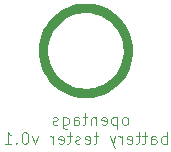
<source format=gbr>
%TF.GenerationSoftware,KiCad,Pcbnew,8.0.1*%
%TF.CreationDate,2024-04-18T20:24:50-07:00*%
%TF.ProjectId,Battery Tester,42617474-6572-4792-9054-65737465722e,rev?*%
%TF.SameCoordinates,Original*%
%TF.FileFunction,Legend,Bot*%
%TF.FilePolarity,Positive*%
%FSLAX46Y46*%
G04 Gerber Fmt 4.6, Leading zero omitted, Abs format (unit mm)*
G04 Created by KiCad (PCBNEW 8.0.1) date 2024-04-18 20:24:50*
%MOMM*%
%LPD*%
G01*
G04 APERTURE LIST*
%ADD10C,0.100000*%
%ADD11C,0.000000*%
G04 APERTURE END LIST*
D10*
X153380952Y-111262475D02*
X153476190Y-111214856D01*
X153476190Y-111214856D02*
X153523809Y-111167236D01*
X153523809Y-111167236D02*
X153571428Y-111071998D01*
X153571428Y-111071998D02*
X153571428Y-110786284D01*
X153571428Y-110786284D02*
X153523809Y-110691046D01*
X153523809Y-110691046D02*
X153476190Y-110643427D01*
X153476190Y-110643427D02*
X153380952Y-110595808D01*
X153380952Y-110595808D02*
X153238095Y-110595808D01*
X153238095Y-110595808D02*
X153142857Y-110643427D01*
X153142857Y-110643427D02*
X153095238Y-110691046D01*
X153095238Y-110691046D02*
X153047619Y-110786284D01*
X153047619Y-110786284D02*
X153047619Y-111071998D01*
X153047619Y-111071998D02*
X153095238Y-111167236D01*
X153095238Y-111167236D02*
X153142857Y-111214856D01*
X153142857Y-111214856D02*
X153238095Y-111262475D01*
X153238095Y-111262475D02*
X153380952Y-111262475D01*
X152619047Y-110595808D02*
X152619047Y-111595808D01*
X152619047Y-110643427D02*
X152523809Y-110595808D01*
X152523809Y-110595808D02*
X152333333Y-110595808D01*
X152333333Y-110595808D02*
X152238095Y-110643427D01*
X152238095Y-110643427D02*
X152190476Y-110691046D01*
X152190476Y-110691046D02*
X152142857Y-110786284D01*
X152142857Y-110786284D02*
X152142857Y-111071998D01*
X152142857Y-111071998D02*
X152190476Y-111167236D01*
X152190476Y-111167236D02*
X152238095Y-111214856D01*
X152238095Y-111214856D02*
X152333333Y-111262475D01*
X152333333Y-111262475D02*
X152523809Y-111262475D01*
X152523809Y-111262475D02*
X152619047Y-111214856D01*
X151333333Y-111214856D02*
X151428571Y-111262475D01*
X151428571Y-111262475D02*
X151619047Y-111262475D01*
X151619047Y-111262475D02*
X151714285Y-111214856D01*
X151714285Y-111214856D02*
X151761904Y-111119617D01*
X151761904Y-111119617D02*
X151761904Y-110738665D01*
X151761904Y-110738665D02*
X151714285Y-110643427D01*
X151714285Y-110643427D02*
X151619047Y-110595808D01*
X151619047Y-110595808D02*
X151428571Y-110595808D01*
X151428571Y-110595808D02*
X151333333Y-110643427D01*
X151333333Y-110643427D02*
X151285714Y-110738665D01*
X151285714Y-110738665D02*
X151285714Y-110833903D01*
X151285714Y-110833903D02*
X151761904Y-110929141D01*
X150857142Y-110595808D02*
X150857142Y-111262475D01*
X150857142Y-110691046D02*
X150809523Y-110643427D01*
X150809523Y-110643427D02*
X150714285Y-110595808D01*
X150714285Y-110595808D02*
X150571428Y-110595808D01*
X150571428Y-110595808D02*
X150476190Y-110643427D01*
X150476190Y-110643427D02*
X150428571Y-110738665D01*
X150428571Y-110738665D02*
X150428571Y-111262475D01*
X150095237Y-110595808D02*
X149714285Y-110595808D01*
X149952380Y-110262475D02*
X149952380Y-111119617D01*
X149952380Y-111119617D02*
X149904761Y-111214856D01*
X149904761Y-111214856D02*
X149809523Y-111262475D01*
X149809523Y-111262475D02*
X149714285Y-111262475D01*
X148952380Y-111262475D02*
X148952380Y-110738665D01*
X148952380Y-110738665D02*
X148999999Y-110643427D01*
X148999999Y-110643427D02*
X149095237Y-110595808D01*
X149095237Y-110595808D02*
X149285713Y-110595808D01*
X149285713Y-110595808D02*
X149380951Y-110643427D01*
X148952380Y-111214856D02*
X149047618Y-111262475D01*
X149047618Y-111262475D02*
X149285713Y-111262475D01*
X149285713Y-111262475D02*
X149380951Y-111214856D01*
X149380951Y-111214856D02*
X149428570Y-111119617D01*
X149428570Y-111119617D02*
X149428570Y-111024379D01*
X149428570Y-111024379D02*
X149380951Y-110929141D01*
X149380951Y-110929141D02*
X149285713Y-110881522D01*
X149285713Y-110881522D02*
X149047618Y-110881522D01*
X149047618Y-110881522D02*
X148952380Y-110833903D01*
X148047618Y-110595808D02*
X148047618Y-111405332D01*
X148047618Y-111405332D02*
X148095237Y-111500570D01*
X148095237Y-111500570D02*
X148142856Y-111548189D01*
X148142856Y-111548189D02*
X148238094Y-111595808D01*
X148238094Y-111595808D02*
X148380951Y-111595808D01*
X148380951Y-111595808D02*
X148476189Y-111548189D01*
X148047618Y-111214856D02*
X148142856Y-111262475D01*
X148142856Y-111262475D02*
X148333332Y-111262475D01*
X148333332Y-111262475D02*
X148428570Y-111214856D01*
X148428570Y-111214856D02*
X148476189Y-111167236D01*
X148476189Y-111167236D02*
X148523808Y-111071998D01*
X148523808Y-111071998D02*
X148523808Y-110786284D01*
X148523808Y-110786284D02*
X148476189Y-110691046D01*
X148476189Y-110691046D02*
X148428570Y-110643427D01*
X148428570Y-110643427D02*
X148333332Y-110595808D01*
X148333332Y-110595808D02*
X148142856Y-110595808D01*
X148142856Y-110595808D02*
X148047618Y-110643427D01*
X147619046Y-111214856D02*
X147523808Y-111262475D01*
X147523808Y-111262475D02*
X147333332Y-111262475D01*
X147333332Y-111262475D02*
X147238094Y-111214856D01*
X147238094Y-111214856D02*
X147190475Y-111119617D01*
X147190475Y-111119617D02*
X147190475Y-111071998D01*
X147190475Y-111071998D02*
X147238094Y-110976760D01*
X147238094Y-110976760D02*
X147333332Y-110929141D01*
X147333332Y-110929141D02*
X147476189Y-110929141D01*
X147476189Y-110929141D02*
X147571427Y-110881522D01*
X147571427Y-110881522D02*
X147619046Y-110786284D01*
X147619046Y-110786284D02*
X147619046Y-110738665D01*
X147619046Y-110738665D02*
X147571427Y-110643427D01*
X147571427Y-110643427D02*
X147476189Y-110595808D01*
X147476189Y-110595808D02*
X147333332Y-110595808D01*
X147333332Y-110595808D02*
X147238094Y-110643427D01*
X156833334Y-112872419D02*
X156833334Y-111872419D01*
X156833334Y-112253371D02*
X156738096Y-112205752D01*
X156738096Y-112205752D02*
X156547620Y-112205752D01*
X156547620Y-112205752D02*
X156452382Y-112253371D01*
X156452382Y-112253371D02*
X156404763Y-112300990D01*
X156404763Y-112300990D02*
X156357144Y-112396228D01*
X156357144Y-112396228D02*
X156357144Y-112681942D01*
X156357144Y-112681942D02*
X156404763Y-112777180D01*
X156404763Y-112777180D02*
X156452382Y-112824800D01*
X156452382Y-112824800D02*
X156547620Y-112872419D01*
X156547620Y-112872419D02*
X156738096Y-112872419D01*
X156738096Y-112872419D02*
X156833334Y-112824800D01*
X155500001Y-112872419D02*
X155500001Y-112348609D01*
X155500001Y-112348609D02*
X155547620Y-112253371D01*
X155547620Y-112253371D02*
X155642858Y-112205752D01*
X155642858Y-112205752D02*
X155833334Y-112205752D01*
X155833334Y-112205752D02*
X155928572Y-112253371D01*
X155500001Y-112824800D02*
X155595239Y-112872419D01*
X155595239Y-112872419D02*
X155833334Y-112872419D01*
X155833334Y-112872419D02*
X155928572Y-112824800D01*
X155928572Y-112824800D02*
X155976191Y-112729561D01*
X155976191Y-112729561D02*
X155976191Y-112634323D01*
X155976191Y-112634323D02*
X155928572Y-112539085D01*
X155928572Y-112539085D02*
X155833334Y-112491466D01*
X155833334Y-112491466D02*
X155595239Y-112491466D01*
X155595239Y-112491466D02*
X155500001Y-112443847D01*
X155166667Y-112205752D02*
X154785715Y-112205752D01*
X155023810Y-111872419D02*
X155023810Y-112729561D01*
X155023810Y-112729561D02*
X154976191Y-112824800D01*
X154976191Y-112824800D02*
X154880953Y-112872419D01*
X154880953Y-112872419D02*
X154785715Y-112872419D01*
X154595238Y-112205752D02*
X154214286Y-112205752D01*
X154452381Y-111872419D02*
X154452381Y-112729561D01*
X154452381Y-112729561D02*
X154404762Y-112824800D01*
X154404762Y-112824800D02*
X154309524Y-112872419D01*
X154309524Y-112872419D02*
X154214286Y-112872419D01*
X153500000Y-112824800D02*
X153595238Y-112872419D01*
X153595238Y-112872419D02*
X153785714Y-112872419D01*
X153785714Y-112872419D02*
X153880952Y-112824800D01*
X153880952Y-112824800D02*
X153928571Y-112729561D01*
X153928571Y-112729561D02*
X153928571Y-112348609D01*
X153928571Y-112348609D02*
X153880952Y-112253371D01*
X153880952Y-112253371D02*
X153785714Y-112205752D01*
X153785714Y-112205752D02*
X153595238Y-112205752D01*
X153595238Y-112205752D02*
X153500000Y-112253371D01*
X153500000Y-112253371D02*
X153452381Y-112348609D01*
X153452381Y-112348609D02*
X153452381Y-112443847D01*
X153452381Y-112443847D02*
X153928571Y-112539085D01*
X153023809Y-112872419D02*
X153023809Y-112205752D01*
X153023809Y-112396228D02*
X152976190Y-112300990D01*
X152976190Y-112300990D02*
X152928571Y-112253371D01*
X152928571Y-112253371D02*
X152833333Y-112205752D01*
X152833333Y-112205752D02*
X152738095Y-112205752D01*
X152499999Y-112205752D02*
X152261904Y-112872419D01*
X152023809Y-112205752D02*
X152261904Y-112872419D01*
X152261904Y-112872419D02*
X152357142Y-113110514D01*
X152357142Y-113110514D02*
X152404761Y-113158133D01*
X152404761Y-113158133D02*
X152499999Y-113205752D01*
X151023808Y-112205752D02*
X150642856Y-112205752D01*
X150880951Y-111872419D02*
X150880951Y-112729561D01*
X150880951Y-112729561D02*
X150833332Y-112824800D01*
X150833332Y-112824800D02*
X150738094Y-112872419D01*
X150738094Y-112872419D02*
X150642856Y-112872419D01*
X149928570Y-112824800D02*
X150023808Y-112872419D01*
X150023808Y-112872419D02*
X150214284Y-112872419D01*
X150214284Y-112872419D02*
X150309522Y-112824800D01*
X150309522Y-112824800D02*
X150357141Y-112729561D01*
X150357141Y-112729561D02*
X150357141Y-112348609D01*
X150357141Y-112348609D02*
X150309522Y-112253371D01*
X150309522Y-112253371D02*
X150214284Y-112205752D01*
X150214284Y-112205752D02*
X150023808Y-112205752D01*
X150023808Y-112205752D02*
X149928570Y-112253371D01*
X149928570Y-112253371D02*
X149880951Y-112348609D01*
X149880951Y-112348609D02*
X149880951Y-112443847D01*
X149880951Y-112443847D02*
X150357141Y-112539085D01*
X149499998Y-112824800D02*
X149404760Y-112872419D01*
X149404760Y-112872419D02*
X149214284Y-112872419D01*
X149214284Y-112872419D02*
X149119046Y-112824800D01*
X149119046Y-112824800D02*
X149071427Y-112729561D01*
X149071427Y-112729561D02*
X149071427Y-112681942D01*
X149071427Y-112681942D02*
X149119046Y-112586704D01*
X149119046Y-112586704D02*
X149214284Y-112539085D01*
X149214284Y-112539085D02*
X149357141Y-112539085D01*
X149357141Y-112539085D02*
X149452379Y-112491466D01*
X149452379Y-112491466D02*
X149499998Y-112396228D01*
X149499998Y-112396228D02*
X149499998Y-112348609D01*
X149499998Y-112348609D02*
X149452379Y-112253371D01*
X149452379Y-112253371D02*
X149357141Y-112205752D01*
X149357141Y-112205752D02*
X149214284Y-112205752D01*
X149214284Y-112205752D02*
X149119046Y-112253371D01*
X148785712Y-112205752D02*
X148404760Y-112205752D01*
X148642855Y-111872419D02*
X148642855Y-112729561D01*
X148642855Y-112729561D02*
X148595236Y-112824800D01*
X148595236Y-112824800D02*
X148499998Y-112872419D01*
X148499998Y-112872419D02*
X148404760Y-112872419D01*
X147690474Y-112824800D02*
X147785712Y-112872419D01*
X147785712Y-112872419D02*
X147976188Y-112872419D01*
X147976188Y-112872419D02*
X148071426Y-112824800D01*
X148071426Y-112824800D02*
X148119045Y-112729561D01*
X148119045Y-112729561D02*
X148119045Y-112348609D01*
X148119045Y-112348609D02*
X148071426Y-112253371D01*
X148071426Y-112253371D02*
X147976188Y-112205752D01*
X147976188Y-112205752D02*
X147785712Y-112205752D01*
X147785712Y-112205752D02*
X147690474Y-112253371D01*
X147690474Y-112253371D02*
X147642855Y-112348609D01*
X147642855Y-112348609D02*
X147642855Y-112443847D01*
X147642855Y-112443847D02*
X148119045Y-112539085D01*
X147214283Y-112872419D02*
X147214283Y-112205752D01*
X147214283Y-112396228D02*
X147166664Y-112300990D01*
X147166664Y-112300990D02*
X147119045Y-112253371D01*
X147119045Y-112253371D02*
X147023807Y-112205752D01*
X147023807Y-112205752D02*
X146928569Y-112205752D01*
X145928568Y-112205752D02*
X145690473Y-112872419D01*
X145690473Y-112872419D02*
X145452378Y-112205752D01*
X144880949Y-111872419D02*
X144785711Y-111872419D01*
X144785711Y-111872419D02*
X144690473Y-111920038D01*
X144690473Y-111920038D02*
X144642854Y-111967657D01*
X144642854Y-111967657D02*
X144595235Y-112062895D01*
X144595235Y-112062895D02*
X144547616Y-112253371D01*
X144547616Y-112253371D02*
X144547616Y-112491466D01*
X144547616Y-112491466D02*
X144595235Y-112681942D01*
X144595235Y-112681942D02*
X144642854Y-112777180D01*
X144642854Y-112777180D02*
X144690473Y-112824800D01*
X144690473Y-112824800D02*
X144785711Y-112872419D01*
X144785711Y-112872419D02*
X144880949Y-112872419D01*
X144880949Y-112872419D02*
X144976187Y-112824800D01*
X144976187Y-112824800D02*
X145023806Y-112777180D01*
X145023806Y-112777180D02*
X145071425Y-112681942D01*
X145071425Y-112681942D02*
X145119044Y-112491466D01*
X145119044Y-112491466D02*
X145119044Y-112253371D01*
X145119044Y-112253371D02*
X145071425Y-112062895D01*
X145071425Y-112062895D02*
X145023806Y-111967657D01*
X145023806Y-111967657D02*
X144976187Y-111920038D01*
X144976187Y-111920038D02*
X144880949Y-111872419D01*
X144119044Y-112777180D02*
X144071425Y-112824800D01*
X144071425Y-112824800D02*
X144119044Y-112872419D01*
X144119044Y-112872419D02*
X144166663Y-112824800D01*
X144166663Y-112824800D02*
X144119044Y-112777180D01*
X144119044Y-112777180D02*
X144119044Y-112872419D01*
X143119045Y-112872419D02*
X143690473Y-112872419D01*
X143404759Y-112872419D02*
X143404759Y-111872419D01*
X143404759Y-111872419D02*
X143499997Y-112015276D01*
X143499997Y-112015276D02*
X143595235Y-112110514D01*
X143595235Y-112110514D02*
X143690473Y-112158133D01*
D11*
%TO.C,G\u002A\u002A\u002A*%
G36*
X150286502Y-101009416D02*
G01*
X150661748Y-101053707D01*
X151018418Y-101129369D01*
X151363613Y-101238318D01*
X151704436Y-101382470D01*
X151748692Y-101403846D01*
X152013845Y-101543364D01*
X152251881Y-101690523D01*
X152472890Y-101852706D01*
X152686966Y-102037296D01*
X152895914Y-102243050D01*
X153155124Y-102539977D01*
X153381631Y-102857565D01*
X153574511Y-103194049D01*
X153732840Y-103547663D01*
X153855694Y-103916643D01*
X153925253Y-104208692D01*
X153984887Y-104605586D01*
X154006176Y-104999272D01*
X153989706Y-105387809D01*
X153936062Y-105769255D01*
X153845828Y-106141668D01*
X153719589Y-106503107D01*
X153557931Y-106851629D01*
X153361438Y-107185294D01*
X153130696Y-107502158D01*
X152866288Y-107800280D01*
X152833211Y-107833815D01*
X152540279Y-108100957D01*
X152227629Y-108334573D01*
X151894814Y-108534905D01*
X151541385Y-108702191D01*
X151166897Y-108836671D01*
X150771769Y-108938403D01*
X150683604Y-108956270D01*
X150605692Y-108969849D01*
X150529965Y-108979815D01*
X150448355Y-108986844D01*
X150352796Y-108991611D01*
X150235218Y-108994792D01*
X150087554Y-108997062D01*
X150068384Y-108997294D01*
X149930973Y-108998086D01*
X149798753Y-108997307D01*
X149679432Y-108995119D01*
X149580716Y-108991685D01*
X149510315Y-108987168D01*
X149492000Y-108985120D01*
X149104318Y-108912459D01*
X148727171Y-108803532D01*
X148363470Y-108659783D01*
X148016126Y-108482656D01*
X147688048Y-108273594D01*
X147382147Y-108034041D01*
X147164437Y-107830614D01*
X146896114Y-107533064D01*
X146661771Y-107216416D01*
X146461853Y-106881628D01*
X146296804Y-106529657D01*
X146167067Y-106161462D01*
X146073086Y-105778002D01*
X146015305Y-105380233D01*
X146011731Y-105341923D01*
X145996728Y-104965436D01*
X146803978Y-104965436D01*
X146818166Y-105302089D01*
X146868607Y-105640181D01*
X146956399Y-105977207D01*
X146984367Y-106061163D01*
X147115700Y-106379747D01*
X147281531Y-106682810D01*
X147479275Y-106967146D01*
X147706344Y-107229546D01*
X147960150Y-107466804D01*
X148238107Y-107675714D01*
X148339231Y-107740687D01*
X148627004Y-107895775D01*
X148935105Y-108020718D01*
X149257589Y-108114277D01*
X149588509Y-108175213D01*
X149921921Y-108202288D01*
X150251880Y-108194262D01*
X150424404Y-108175200D01*
X150773666Y-108106843D01*
X151109110Y-108003703D01*
X151428187Y-107867142D01*
X151728348Y-107698519D01*
X152007045Y-107499194D01*
X152261729Y-107270527D01*
X152401856Y-107119921D01*
X152624404Y-106835437D01*
X152811076Y-106535487D01*
X152961807Y-106220220D01*
X153076530Y-105889788D01*
X153155181Y-105544341D01*
X153188026Y-105300944D01*
X153198535Y-105106099D01*
X153195135Y-104890056D01*
X153178780Y-104667759D01*
X153150423Y-104454149D01*
X153125761Y-104325923D01*
X153031128Y-103985817D01*
X152902321Y-103662031D01*
X152741173Y-103356782D01*
X152549519Y-103072288D01*
X152329190Y-102810763D01*
X152082021Y-102574426D01*
X151809846Y-102365492D01*
X151514497Y-102186179D01*
X151252549Y-102061211D01*
X150960775Y-101952972D01*
X150670917Y-101876840D01*
X150373163Y-101830870D01*
X150057702Y-101813116D01*
X150000000Y-101812764D01*
X149702931Y-101823836D01*
X149427482Y-101858113D01*
X149162227Y-101917942D01*
X148895741Y-102005666D01*
X148727386Y-102074014D01*
X148415080Y-102229430D01*
X148126978Y-102413852D01*
X147864174Y-102624774D01*
X147627766Y-102859691D01*
X147418847Y-103116095D01*
X147238514Y-103391482D01*
X147087862Y-103683345D01*
X146967987Y-103989178D01*
X146879985Y-104306475D01*
X146824950Y-104632730D01*
X146803978Y-104965436D01*
X145996728Y-104965436D01*
X145996112Y-104949984D01*
X146018666Y-104562802D01*
X146078575Y-104182534D01*
X146175022Y-103811334D01*
X146307189Y-103451357D01*
X146474260Y-103104758D01*
X146675415Y-102773693D01*
X146909839Y-102460317D01*
X147176713Y-102166785D01*
X147239335Y-102105434D01*
X147529864Y-101853311D01*
X147843175Y-101631400D01*
X148176076Y-101440848D01*
X148525376Y-101282804D01*
X148887883Y-101158415D01*
X149260404Y-101068830D01*
X149639748Y-101015196D01*
X150022722Y-100998662D01*
X150286502Y-101009416D01*
G37*
%TD*%
M02*

</source>
